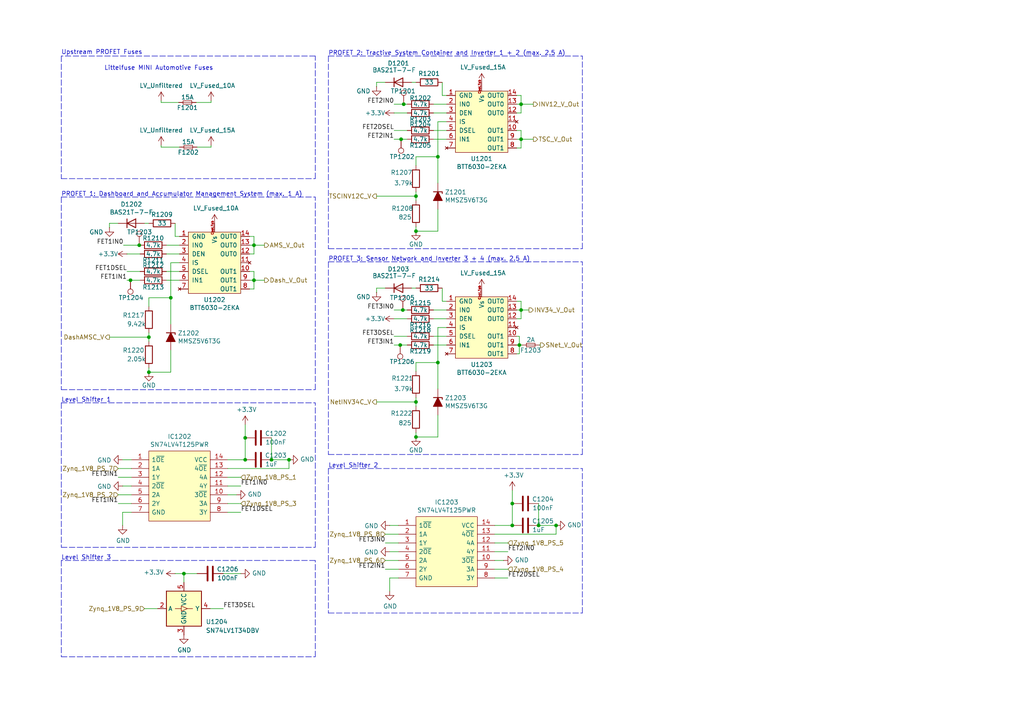
<source format=kicad_sch>
(kicad_sch (version 20231120) (generator "eeschema") (generator_version "8.0")
  (paper "A4")
  (title_block (title "Zynq-Based Master Controller") (date "2020-10-14") (rev "1.0") (company "JFH & SRM"))
  (lib_symbols
    (symbol "Connector:TestPoint" (pin_numbers hide) (pin_names (offset 0.762) hide)
      (property "Reference" "TP" (at 0 6.858 0))
      (property "Value" "TestPoint" (at 0 5.08 0))
      (symbol "TestPoint_0_1"
        (circle (center 0 3.302) (radius 0.762))
      )
      (symbol "TestPoint_1_1"
        (pin passive line (at 0 0 90) (length 2.54) (name "1") (number "1"))
      )
    )
    (symbol "Device:C" (pin_numbers hide) (pin_names (offset 0.254))
      (property "Reference" "C" (at 0.635 2.54 0))
      (property "Value" "C" (at 0.635 -2.54 0))
      (symbol "C_0_1"
        (polyline (pts (xy -2.032 -0.762) (xy 2.032 -0.762)) (stroke (width 0.508)))
        (polyline (pts (xy -2.032 0.762) (xy 2.032 0.762)) (stroke (width 0.508)))
      )
      (symbol "C_1_1"
        (pin passive line (at 0 3.81 270) (length 2.794) (name "~") (number "1"))
        (pin passive line (at 0 -3.81 90) (length 2.794) (name "~") (number "2"))
      )
    )
    (symbol "Device:D_Zener_Filled" (pin_numbers hide) (pin_names (offset 1.016) hide)
      (property "Reference" "D" (at 0 2.54 0))
      (property "Value" "D_Zener_Filled" (at 0 -2.54 0))
      (symbol "D_Zener_Filled_0_1"
        (polyline (pts (xy 1.27 0) (xy -1.27 0)))
        (polyline (pts (xy -1.27 -1.27) (xy -1.27 1.27) (xy -0.762 1.27)) (stroke (width 0.254)))
        (polyline (pts (xy 1.27 -1.27) (xy 1.27 1.27) (xy -1.27 0) (xy 1.27 -1.27)) (stroke (width 0.254)) (fill (type outline)))
      )
      (symbol "D_Zener_Filled_1_1"
        (pin passive line (at -3.81 0 0) (length 2.54) (name "K") (number "1"))
        (pin passive line (at 3.81 0 180) (length 2.54) (name "A") (number "2"))
      )
    )
    (symbol "Device:Fuse_Small" (pin_numbers hide) (pin_names (offset 0.254) hide)
      (property "Reference" "F" (at 0 -1.524 0))
      (property "Value" "Fuse_Small" (at 0 1.524 0))
      (symbol "Fuse_Small_0_1"
        (rectangle (start -1.27 0.508) (end 1.27 -0.508))
        (polyline (pts (xy -1.27 0) (xy 1.27 0)))
      )
      (symbol "Fuse_Small_1_1"
        (pin passive line (at -2.54 0 0) (length 1.27) (name "~") (number "1"))
        (pin passive line (at 2.54 0 180) (length 1.27) (name "~") (number "2"))
      )
    )
    (symbol "Device:R" (pin_numbers hide) (pin_names (offset 0))
      (property "Reference" "R" (at 2.032 0 90))
      (property "Value" "R" (at 0 0 90))
      (symbol "R_0_1"
        (rectangle (start -1.016 -2.54) (end 1.016 2.54) (stroke (width 0.254)))
      )
      (symbol "R_1_1"
        (pin passive line (at 0 3.81 270) (length 1.27) (name "~") (number "1"))
        (pin passive line (at 0 -3.81 90) (length 1.27) (name "~") (number "2"))
      )
    )
    (symbol "Diode:BAS21" (pin_numbers hide) (pin_names hide)
      (property "Reference" "D" (at 0 2.54 0))
      (property "Value" "BAS21" (at 0 -2.54 0))
      (symbol "BAS21_0_1"
        (polyline (pts (xy -1.27 1.27) (xy -1.27 -1.27)) (stroke (width 0.254)))
        (polyline (pts (xy 1.27 0) (xy -1.27 0)))
        (polyline (pts (xy 1.27 1.27) (xy 1.27 -1.27) (xy -1.27 0) (xy 1.27 1.27)) (stroke (width 0.254)))
      )
      (symbol "BAS21_1_1"
        (pin passive line (at 3.81 0 180) (length 2.54) (name "A") (number "1"))
        (pin no_connect line (at -1.27 0 0) (length 2.54) hide (name "NC") (number "2"))
        (pin passive line (at -3.81 0 0) (length 2.54) (name "K") (number "3"))
      )
    )
    (symbol "Vikings_actives:BTT6030-2EKA" (pin_names (offset 1.016))
      (property "Reference" "U" (at 7.62 -21.59 0))
      (property "Value" "BTT6030-2EKA" (at 7.62 -19.05 0))
      (symbol "BTT6030-2EKA_0_1"
        (rectangle (start 0 0) (end 15.24 -17.78) (fill (type background)))
      )
      (symbol "BTT6030-2EKA_1_1"
        (pin power_in line (at -2.54 -1.27 0) (length 2.54) (name "GND") (number "1"))
        (pin passive line (at 17.78 -11.43 180) (length 2.54) (name "OUT1") (number "10"))
        (pin no_connect line (at 17.78 -8.89 180) (length 2.54) (name "~") (number "11"))
        (pin passive line (at 17.78 -6.35 180) (length 2.54) (name "OUT0") (number "12"))
        (pin power_out line (at 17.78 -3.81 180) (length 2.54) (name "OUT0") (number "13"))
        (pin passive line (at 17.78 -1.27 180) (length 2.54) (name "OUT0") (number "14"))
        (pin input line (at -2.54 -3.81 0) (length 2.54) (name "IN0") (number "2"))
        (pin input line (at -2.54 -6.35 0) (length 2.54) (name "DEN") (number "3"))
        (pin output line (at -2.54 -8.89 0) (length 2.54) (name "IS") (number "4"))
        (pin input line (at -2.54 -11.43 0) (length 2.54) (name "DSEL") (number "5"))
        (pin input line (at -2.54 -13.97 0) (length 2.54) (name "IN1") (number "6"))
        (pin no_connect line (at -2.54 -16.51 0) (length 2.54) (name "~") (number "7"))
        (pin passive line (at 17.78 -16.51 180) (length 2.54) (name "OUT1") (number "8"))
        (pin power_out line (at 17.78 -13.97 180) (length 2.54) (name "OUT1") (number "9"))
        (pin power_in line (at 7.62 2.54 270) (length 2.54) (name "Vs") (number "Cool.Tab"))
      )
    )
    (symbol "Vikings_actives:SN74LV1T34DBV"
      (property "Reference" "U" (at 5.08 6.35 0))
      (property "Value" "SN74LV1T34DBV" (at 5.08 3.81 0))
      (symbol "SN74LV1T34DBV_0_1"
        (rectangle (start -5.08 5.08) (end 5.08 -5.08) (stroke (width 0.254)) (fill (type background)))
        (polyline (pts (xy -0.762 0) (xy -2.54 0)))
        (polyline (pts (xy 1.016 0) (xy 2.54 0)))
      )
      (symbol "SN74LV1T34DBV_1_1"
        (polyline (pts (xy -0.762 -0.762) (xy -0.762 0.762) (xy 1.016 0) (xy -0.762 -0.762)))
        (pin no_connect line (at -5.08 2.54 0) (length 2.54) hide (name "NC") (number "1"))
        (pin input line (at -7.62 0 0) (length 2.54) (name "A") (number "2"))
        (pin power_in line (at 0 -7.62 90) (length 2.54) (name "GND") (number "3"))
        (pin output line (at 7.62 0 180) (length 2.54) (name "Y") (number "4"))
        (pin power_in line (at 0 7.62 270) (length 2.54) (name "VCC") (number "5"))
      )
    )
    (symbol "Vikings_actives:SN74LV4T125PWR" (pin_names (offset 0.762))
      (property "Reference" "IC" (at 24.13 7.62 0))
      (property "Value" "SN74LV4T125PWR" (at 24.13 5.08 0))
      (symbol "SN74LV4T125PWR_0_0"
        (pin passive line (at 0 0 0) (length 5.08) (name "1~{OE}") (number "1"))
        (pin passive line (at 27.94 -10.16 180) (length 5.08) (name "3~{OE}") (number "10"))
        (pin passive line (at 27.94 -7.62 180) (length 5.08) (name "4Y") (number "11"))
        (pin passive line (at 27.94 -5.08 180) (length 5.08) (name "4A") (number "12"))
        (pin passive line (at 27.94 -2.54 180) (length 5.08) (name "4~{OE}") (number "13"))
        (pin passive line (at 27.94 0 180) (length 5.08) (name "VCC") (number "14"))
        (pin passive line (at 0 -2.54 0) (length 5.08) (name "1A") (number "2"))
        (pin passive line (at 0 -5.08 0) (length 5.08) (name "1Y") (number "3"))
        (pin passive line (at 0 -7.62 0) (length 5.08) (name "2~{OE}") (number "4"))
        (pin passive line (at 0 -10.16 0) (length 5.08) (name "2A") (number "5"))
        (pin passive line (at 0 -12.7 0) (length 5.08) (name "2Y") (number "6"))
        (pin passive line (at 0 -15.24 0) (length 5.08) (name "GND") (number "7"))
        (pin passive line (at 27.94 -15.24 180) (length 5.08) (name "3Y") (number "8"))
        (pin passive line (at 27.94 -12.7 180) (length 5.08) (name "3A") (number "9"))
      )
      (symbol "SN74LV4T125PWR_0_1"
        (polyline (pts (xy 5.08 2.54) (xy 22.86 2.54) (xy 22.86 -17.78) (xy 5.08 -17.78) (xy 5.08 2.54)) (fill (type background)))
      )
    )
    (symbol "Vikings_misc:LV_Fused-1" (power) (pin_names (offset 0))
      (property "Value" "LV_Fused-1" (at 0 3.556 0))
      (symbol "LV_Fused-1_0_1"
        (polyline (pts (xy -0.762 1.27) (xy 0 2.54)))
        (polyline (pts (xy 0 0) (xy 0 2.54)))
        (polyline (pts (xy 0 2.54) (xy 0.762 1.27)))
      )
      (symbol "LV_Fused-1_1_1"
        (pin power_in line (at 0 0 90) (length 0) hide (name "LV_Fused_10A") (number "1"))
      )
    )
    (symbol "Vikings_misc:LV_Fused-2" (power) (pin_names (offset 0))
      (property "Value" "LV_Fused-2" (at 0 3.556 0))
      (symbol "LV_Fused-2_0_1"
        (polyline (pts (xy -0.762 1.27) (xy 0 2.54)))
        (polyline (pts (xy 0 0) (xy 0 2.54)))
        (polyline (pts (xy 0 2.54) (xy 0.762 1.27)))
      )
      (symbol "LV_Fused-2_1_1"
        (pin power_in line (at 0 0 90) (length 0) hide (name "LV_Fused_15A") (number "1"))
      )
    )
    (symbol "Vikings_misc:LV_Unfiltered" (power) (pin_names (offset 0))
      (property "Value" "LV_Unfiltered" (at 0 5.08 0))
      (symbol "LV_Unfiltered_1_1"
        (polyline (pts (xy -0.762 1.27) (xy 0 2.54)))
        (polyline (pts (xy 0 0) (xy 0 2.54)))
        (polyline (pts (xy 0 2.54) (xy 0.762 1.27)))
        (pin power_in line (at 0 0 90) (length 0) hide (name "LV_Unfiltered") (number "1"))
      )
    )
    (symbol "power:+3.3V" (power) (pin_numbers hide) (pin_names (offset 0) hide)
      (property "Value" "+3.3V" (at 0 3.556 0))
      (symbol "+3.3V_0_1"
        (polyline (pts (xy -0.762 1.27) (xy 0 2.54)))
        (polyline (pts (xy 0 0) (xy 0 2.54)))
        (polyline (pts (xy 0 2.54) (xy 0.762 1.27)))
      )
      (symbol "+3.3V_1_1"
        (pin power_in line (at 0 0 90) (length 0) (name "~") (number "1"))
      )
    )
    (symbol "power:GND" (power) (pin_numbers hide) (pin_names (offset 0) hide)
      (property "Value" "GND" (at 0 -3.81 0))
      (symbol "GND_0_1"
        (polyline (pts (xy 0 0) (xy 0 -1.27) (xy 1.27 -1.27) (xy 0 -2.54) (xy -1.27 -1.27) (xy 0 -1.27)))
      )
      (symbol "GND_1_1"
        (pin power_in line (at 0 0 270) (length 0) (name "~") (number "1"))
      )
    )
  )
  (junction (at 73.66 81.28))
  (junction (at 120.65 56.896))
  (junction (at 37.846 81.28))
  (junction (at 120.65 116.586))
  (junction (at 117.094 30.226))
  (junction (at 83.82 133.35))
  (junction (at 116.078 100.076))
  (junction (at 78.74 133.35))
  (junction (at 120.65 67.056))
  (junction (at 40.386 71.12))
  (junction (at 71.12 127))
  (junction (at 120.65 126.746))
  (junction (at 148.59 146.05))
  (junction (at 73.66 71.12))
  (junction (at 161.29 152.4))
  (junction (at 127 105.156))
  (junction (at 127 45.466))
  (junction (at 116.84 89.916))
  (junction (at 150.622 100.076))
  (junction (at 148.59 152.4))
  (junction (at 71.12 133.35))
  (junction (at 43.18 97.79))
  (junction (at 156.21 152.4))
  (junction (at 116.332 40.386))
  (junction (at 151.13 89.916))
  (junction (at 151.13 30.226))
  (junction (at 151.13 40.386))
  (junction (at 43.18 107.95))
  (junction (at 49.53 86.36))
  (junction (at 53.34 166.37))
  (polyline (pts (xy 17.78 51.816) (xy 91.44 51.816)) (stroke (width 0) (type dash)))
  (wire (pts (xy 53.34 166.37) (xy 53.34 168.91)))
  (wire (pts (xy 73.66 71.12) (xy 76.708 71.12)))
  (wire (pts (xy 149.86 92.456) (xy 151.13 92.456)))
  (wire (pts (xy 120.65 115.316) (xy 120.65 116.586)))
  (wire (pts (xy 46.736 29.21) (xy 46.736 29.718)))
  (wire (pts (xy 43.18 96.52) (xy 43.18 97.79)))
  (wire (pts (xy 109.22 23.876) (xy 109.22 25.146)))
  (wire (pts (xy 115.57 152.4) (xy 113.03 152.4)))
  (wire (pts (xy 43.18 97.79) (xy 31.75 97.79)))
  (wire (pts (xy 125.73 32.766) (xy 129.54 32.766)))
  (wire (pts (xy 46.736 42.164) (xy 46.736 42.672)))
  (wire (pts (xy 50.8 166.37) (xy 53.34 166.37)))
  (wire (pts (xy 151.13 89.916) (xy 153.416 89.916)))
  (wire (pts (xy 148.59 146.05) (xy 148.59 142.24)))
  (polyline (pts (xy 91.44 16.256) (xy 17.78 16.256)) (stroke (width 0) (type dash)))
  (wire (pts (xy 150.622 100.076) (xy 149.86 100.076)))
  (polyline (pts (xy 17.78 116.84) (xy 17.78 158.75)) (stroke (width 0) (type dash)))
  (wire (pts (xy 69.85 140.97) (xy 66.04 140.97)))
  (wire (pts (xy 150.622 100.076) (xy 151.384 100.076)))
  (wire (pts (xy 45.72 176.53) (xy 41.91 176.53)))
  (wire (pts (xy 147.32 160.02) (xy 143.51 160.02)))
  (wire (pts (xy 150.622 100.076) (xy 150.622 102.616)))
  (wire (pts (xy 114.3 32.766) (xy 118.11 32.766)))
  (wire (pts (xy 128.27 87.376) (xy 128.27 83.566)))
  (wire (pts (xy 116.078 100.076) (xy 118.11 100.076)))
  (wire (pts (xy 52.07 68.58) (xy 50.8 68.58)))
  (wire (pts (xy 73.66 83.82) (xy 72.39 83.82)))
  (polyline (pts (xy 17.78 116.84) (xy 91.44 116.84)) (stroke (width 0) (type dash)))
  (wire (pts (xy 34.29 64.77) (xy 31.75 64.77)))
  (wire (pts (xy 111.76 162.56) (xy 115.57 162.56)))
  (wire (pts (xy 120.65 55.626) (xy 120.65 56.896)))
  (wire (pts (xy 150.622 97.536) (xy 150.622 100.076)))
  (wire (pts (xy 111.76 23.876) (xy 109.22 23.876)))
  (wire (pts (xy 49.53 76.2) (xy 49.53 86.36)))
  (polyline (pts (xy 95.25 75.946) (xy 95.25 131.826)) (stroke (width 0) (type dash)))
  (wire (pts (xy 64.77 166.37) (xy 69.85 166.37)))
  (wire (pts (xy 127 45.466) (xy 127 53.086)))
  (wire (pts (xy 38.1 135.89) (xy 34.29 135.89)))
  (wire (pts (xy 161.29 154.94) (xy 161.29 152.4)))
  (wire (pts (xy 120.65 56.896) (xy 109.22 56.896)))
  (wire (pts (xy 127 120.396) (xy 127 126.746)))
  (wire (pts (xy 129.54 87.376) (xy 128.27 87.376)))
  (wire (pts (xy 120.65 125.476) (xy 120.65 126.746)))
  (wire (pts (xy 151.13 89.916) (xy 151.13 92.456)))
  (wire (pts (xy 73.66 68.58) (xy 73.66 71.12)))
  (wire (pts (xy 56.896 29.718) (xy 61.214 29.718)))
  (wire (pts (xy 73.66 81.28) (xy 72.39 81.28)))
  (polyline (pts (xy 17.78 57.15) (xy 91.44 57.15)) (stroke (width 0) (type dash)))
  (wire (pts (xy 38.1 148.59) (xy 35.56 148.59)))
  (wire (pts (xy 49.53 101.6) (xy 49.53 107.95)))
  (wire (pts (xy 114.3 37.846) (xy 118.11 37.846)))
  (wire (pts (xy 151.13 37.846) (xy 151.13 40.386)))
  (wire (pts (xy 115.57 167.64) (xy 113.03 167.64)))
  (polyline (pts (xy 91.44 190.5) (xy 91.44 162.56)) (stroke (width 0) (type dash)))
  (wire (pts (xy 71.12 127) (xy 71.12 123.19)))
  (wire (pts (xy 156.464 100.076) (xy 156.718 100.076)))
  (wire (pts (xy 151.13 40.386) (xy 149.86 40.386)))
  (wire (pts (xy 149.86 37.846) (xy 151.13 37.846)))
  (polyline (pts (xy 95.25 135.89) (xy 168.91 135.89)) (stroke (width 0) (type dash)))
  (polyline (pts (xy 168.91 72.136) (xy 168.91 16.256)) (stroke (width 0) (type dash)))
  (wire (pts (xy 31.75 64.77) (xy 31.75 66.04)))
  (polyline (pts (xy 17.78 162.56) (xy 17.78 190.5)) (stroke (width 0) (type dash)))
  (wire (pts (xy 151.13 32.766) (xy 151.13 30.226)))
  (wire (pts (xy 143.51 157.48) (xy 147.32 157.48)))
  (wire (pts (xy 127 67.056) (xy 120.65 67.056)))
  (wire (pts (xy 114.3 92.456) (xy 118.11 92.456)))
  (wire (pts (xy 60.96 176.53) (xy 64.77 176.53)))
  (polyline (pts (xy 95.25 177.8) (xy 168.91 177.8)) (stroke (width 0) (type dash)))
  (wire (pts (xy 143.51 154.94) (xy 161.29 154.94)))
  (wire (pts (xy 120.65 23.876) (xy 119.38 23.876)))
  (polyline (pts (xy 168.91 177.8) (xy 168.91 135.89)) (stroke (width 0) (type dash)))
  (wire (pts (xy 35.56 148.59) (xy 35.56 152.4)))
  (wire (pts (xy 38.1 133.35) (xy 35.56 133.35)))
  (wire (pts (xy 120.65 116.586) (xy 109.22 116.586)))
  (wire (pts (xy 149.86 87.376) (xy 151.13 87.376)))
  (polyline (pts (xy 17.78 16.256) (xy 17.78 51.816)) (stroke (width 0) (type dash)))
  (wire (pts (xy 111.76 165.1) (xy 115.57 165.1)))
  (wire (pts (xy 46.736 29.718) (xy 51.816 29.718)))
  (wire (pts (xy 127 94.996) (xy 127 105.156)))
  (wire (pts (xy 73.66 71.12) (xy 72.39 71.12)))
  (wire (pts (xy 40.64 71.12) (xy 40.386 71.12)))
  (polyline (pts (xy 168.91 131.826) (xy 168.91 75.946)) (stroke (width 0) (type dash)))
  (wire (pts (xy 120.65 83.566) (xy 119.38 83.566)))
  (wire (pts (xy 156.21 146.05) (xy 156.21 152.4)))
  (wire (pts (xy 125.73 100.076) (xy 129.54 100.076)))
  (wire (pts (xy 34.29 146.05) (xy 38.1 146.05)))
  (wire (pts (xy 114.3 97.536) (xy 118.11 97.536)))
  (wire (pts (xy 49.53 86.36) (xy 49.53 93.98)))
  (wire (pts (xy 66.04 135.89) (xy 83.82 135.89)))
  (wire (pts (xy 114.3 89.916) (xy 116.84 89.916)))
  (wire (pts (xy 120.65 48.006) (xy 120.65 45.466)))
  (wire (pts (xy 151.13 27.686) (xy 151.13 30.226)))
  (wire (pts (xy 149.86 27.686) (xy 151.13 27.686)))
  (wire (pts (xy 120.65 45.466) (xy 127 45.466)))
  (wire (pts (xy 127 126.746) (xy 120.65 126.746)))
  (wire (pts (xy 111.76 154.94) (xy 115.57 154.94)))
  (wire (pts (xy 151.13 40.386) (xy 151.13 42.926)))
  (wire (pts (xy 43.18 97.79) (xy 43.18 99.06)))
  (wire (pts (xy 128.27 27.686) (xy 128.27 23.876)))
  (wire (pts (xy 129.54 94.996) (xy 127 94.996)))
  (wire (pts (xy 149.86 97.536) (xy 150.622 97.536)))
  (wire (pts (xy 66.04 133.35) (xy 71.12 133.35)))
  (wire (pts (xy 72.39 73.66) (xy 73.66 73.66)))
  (polyline (pts (xy 91.44 113.03) (xy 91.44 57.15)) (stroke (width 0) (type dash)))
  (wire (pts (xy 151.13 30.226) (xy 154.686 30.226)))
  (wire (pts (xy 43.18 64.77) (xy 41.91 64.77)))
  (wire (pts (xy 120.65 105.156) (xy 127 105.156)))
  (polyline (pts (xy 91.44 51.816) (xy 91.44 16.256)) (stroke (width 0) (type dash)))
  (wire (pts (xy 36.83 78.74) (xy 40.64 78.74)))
  (polyline (pts (xy 95.25 135.89) (xy 95.25 177.8)) (stroke (width 0) (type dash)))
  (wire (pts (xy 149.86 89.916) (xy 151.13 89.916)))
  (polyline (pts (xy 95.25 72.136) (xy 168.91 72.136)) (stroke (width 0) (type dash)))
  (polyline (pts (xy 91.44 158.75) (xy 91.44 116.84)) (stroke (width 0) (type dash)))
  (wire (pts (xy 48.26 81.28) (xy 52.07 81.28)))
  (wire (pts (xy 156.21 152.4) (xy 161.29 152.4)))
  (wire (pts (xy 115.57 160.02) (xy 113.03 160.02)))
  (wire (pts (xy 48.26 73.66) (xy 52.07 73.66)))
  (wire (pts (xy 52.07 76.2) (xy 49.53 76.2)))
  (wire (pts (xy 72.39 78.74) (xy 73.66 78.74)))
  (wire (pts (xy 151.13 42.926) (xy 149.86 42.926)))
  (wire (pts (xy 78.74 133.35) (xy 83.82 133.35)))
  (wire (pts (xy 109.22 83.566) (xy 109.22 84.836)))
  (wire (pts (xy 43.18 86.36) (xy 49.53 86.36)))
  (wire (pts (xy 113.03 167.64) (xy 113.03 171.45)))
  (wire (pts (xy 116.332 40.386) (xy 118.11 40.386)))
  (wire (pts (xy 148.59 146.05) (xy 148.59 152.4)))
  (wire (pts (xy 61.214 42.672) (xy 57.15 42.672)))
  (wire (pts (xy 125.73 89.916) (xy 129.54 89.916)))
  (wire (pts (xy 117.094 30.226) (xy 118.11 30.226)))
  (wire (pts (xy 66.04 143.51) (xy 68.58 143.51)))
  (polyline (pts (xy 95.25 16.256) (xy 168.91 16.256)) (stroke (width 0) (type dash)))
  (wire (pts (xy 73.66 73.66) (xy 73.66 71.12)))
  (wire (pts (xy 46.736 42.672) (xy 52.07 42.672)))
  (wire (pts (xy 129.54 37.846) (xy 125.73 37.846)))
  (wire (pts (xy 129.54 97.536) (xy 125.73 97.536)))
  (polyline (pts (xy 95.25 131.826) (xy 168.91 131.826)) (stroke (width 0) (type dash)))
  (wire (pts (xy 114.3 30.226) (xy 117.094 30.226)))
  (polyline (pts (xy 17.78 190.5) (xy 91.44 190.5)) (stroke (width 0) (type dash)))
  (wire (pts (xy 150.622 102.616) (xy 149.86 102.616)))
  (wire (pts (xy 114.3 100.076) (xy 116.078 100.076)))
  (wire (pts (xy 78.74 127) (xy 78.74 133.35)))
  (wire (pts (xy 120.65 65.786) (xy 120.65 67.056)))
  (wire (pts (xy 48.26 71.12) (xy 52.07 71.12)))
  (wire (pts (xy 129.54 27.686) (xy 128.27 27.686)))
  (wire (pts (xy 49.53 107.95) (xy 43.18 107.95)))
  (wire (pts (xy 38.1 140.97) (xy 35.56 140.97)))
  (wire (pts (xy 36.83 81.28) (xy 37.846 81.28)))
  (wire (pts (xy 83.82 135.89) (xy 83.82 133.35)))
  (wire (pts (xy 129.54 35.306) (xy 127 35.306)))
  (wire (pts (xy 72.39 68.58) (xy 73.66 68.58)))
  (wire (pts (xy 111.76 83.566) (xy 109.22 83.566)))
  (wire (pts (xy 66.04 146.05) (xy 69.85 146.05)))
  (polyline (pts (xy 95.25 75.946) (xy 168.91 75.946)) (stroke (width 0) (type dash)))
  (polyline (pts (xy 91.44 162.56) (xy 17.78 162.56)) (stroke (width 0) (type dash)))
  (wire (pts (xy 149.86 32.766) (xy 151.13 32.766)))
  (wire (pts (xy 120.65 56.896) (xy 120.65 58.166)))
  (polyline (pts (xy 17.78 113.03) (xy 91.44 113.03)) (stroke (width 0) (type dash)))
  (wire (pts (xy 114.3 40.386) (xy 116.332 40.386)))
  (wire (pts (xy 35.814 71.12) (xy 40.386 71.12)))
  (wire (pts (xy 66.04 138.43) (xy 69.85 138.43)))
  (wire (pts (xy 151.13 87.376) (xy 151.13 89.916)))
  (wire (pts (xy 57.15 166.37) (xy 53.34 166.37)))
  (wire (pts (xy 52.07 78.74) (xy 48.26 78.74)))
  (wire (pts (xy 125.73 40.386) (xy 129.54 40.386)))
  (wire (pts (xy 151.13 30.226) (xy 149.86 30.226)))
  (wire (pts (xy 37.846 81.28) (xy 40.64 81.28)))
  (wire (pts (xy 143.51 167.64) (xy 147.32 167.64)))
  (wire (pts (xy 43.18 106.68) (xy 43.18 107.95)))
  (wire (pts (xy 73.66 81.28) (xy 76.708 81.28)))
  (wire (pts (xy 73.66 78.74) (xy 73.66 81.28)))
  (wire (pts (xy 127 105.156) (xy 127 112.776)))
  (wire (pts (xy 66.04 148.59) (xy 69.85 148.59)))
  (wire (pts (xy 61.214 42.164) (xy 61.214 42.672)))
  (wire (pts (xy 116.84 89.916) (xy 118.11 89.916)))
  (polyline (pts (xy 17.78 57.15) (xy 17.78 113.03)) (stroke (width 0) (type dash)))
  (wire (pts (xy 127 35.306) (xy 127 45.466)))
  (wire (pts (xy 125.73 92.456) (xy 129.54 92.456)))
  (wire (pts (xy 43.18 88.9) (xy 43.18 86.36)))
  (wire (pts (xy 36.83 73.66) (xy 40.64 73.66)))
  (polyline (pts (xy 95.25 16.256) (xy 95.25 72.136)) (stroke (width 0) (type dash)))
  (wire (pts (xy 143.51 162.56) (xy 146.05 162.56)))
  (wire (pts (xy 73.66 81.28) (xy 73.66 83.82)))
  (wire (pts (xy 34.29 143.51) (xy 38.1 143.51)))
  (wire (pts (xy 143.51 152.4) (xy 148.59 152.4)))
  (wire (pts (xy 71.12 127) (xy 71.12 133.35)))
  (wire (pts (xy 151.13 40.386) (xy 154.686 40.386)))
  (wire (pts (xy 120.65 116.586) (xy 120.65 117.856)))
  (polyline (pts (xy 17.78 158.75) (xy 91.44 158.75)) (stroke (width 0) (type dash)))
  (wire (pts (xy 115.57 157.48) (xy 111.76 157.48)))
  (wire (pts (xy 120.65 107.696) (xy 120.65 105.156)))
  (wire (pts (xy 147.32 165.1) (xy 143.51 165.1)))
  (wire (pts (xy 61.214 29.718) (xy 61.214 29.21)))
  (wire (pts (xy 125.73 30.226) (xy 129.54 30.226)))
  (wire (pts (xy 127 60.706) (xy 127 67.056)))
  (wire (pts (xy 50.8 68.58) (xy 50.8 64.77)))
  (wire (pts (xy 38.1 138.43) (xy 34.29 138.43)))
  (text "Level Shifter 1" (at 17.78 116.84 0) (effects (font (size 1.27 1.27)) (justify left bottom)))
  (text "Littelfuse MINI Automotive Fuses" (at 30.226 20.574 0) (effects (font (size 1.27 1.27)) (justify left bottom)))
  (text "Level Shifter 3" (at 17.78 162.56 0) (effects (font (size 1.27 1.27)) (justify left bottom)))
  (text "PROFET 3: Sensor Network and Inverter 3 + 4 (max. 2.5 A)" (at 95.25 75.946 0) (effects (font (size 1.27 1.27)) (justify left bottom)))
  (text "Upstream PROFET Fuses" (at 17.78 16.002 0) (effects (font (size 1.27 1.27)) (justify left bottom)))
  (text "Level Shifter 2" (at 95.25 135.89 0) (effects (font (size 1.27 1.27)) (justify left bottom)))
  (text "PROFET 1: Dashboard and Accumulator Management System (max. 1 A)" (at 17.78 57.15 0) (effects (font (size 1.27 1.27)) (justify left bottom)))
  (text "PROFET 2: Tractive System Container and Inverter 1 + 2 (max. 2.5 A)" (at 95.25 16.256 0) (effects (font (size 1.27 1.27)) (justify left bottom)))
  (label "FET3IN1" (at 34.29 138.43 180))
  (label "FET1DSEL" (at 36.83 78.74 180))
  (label "FET3DSEL" (at 114.3 97.536 180))
  (label "FET2IN0" (at 147.32 160.02 0))
  (label "FET2IN1" (at 111.76 165.1 180))
  (label "FET1IN1" (at 36.83 81.28 180))
  (label "FET3IN1" (at 114.3 100.076 180))
  (label "FET2IN0" (at 114.3 30.226 180))
  (label "FET2DSEL" (at 147.32 167.64 0))
  (label "FET1IN0" (at 69.85 140.97 0))
  (label "FET1IN1" (at 34.29 146.05 180))
  (label "FET3IN0" (at 114.3 89.916 180))
  (label "FET2DSEL" (at 114.3 37.846 180))
  (label "FET3DSEL" (at 64.77 176.53 0))
  (label "FET1IN0" (at 35.814 71.12 180))
  (label "FET3IN0" (at 111.76 157.48 180))
  (label "FET1DSEL" (at 69.85 148.59 0))
  (label "FET2IN1" (at 114.3 40.386 180))
  (hierarchical_label "SNet_V_Out" (shape output) (at 156.718 100.076 0))
  (hierarchical_label "INV12_V_Out" (shape output) (at 154.686 30.226 0))
  (hierarchical_label "Zynq_1V8_PS_3" (shape input) (at 69.85 146.05 0))
  (hierarchical_label "Zynq_1V8_PS_6" (shape input) (at 111.76 162.56 180))
  (hierarchical_label "NetINV34C_V" (shape output) (at 109.22 116.586 180))
  (hierarchical_label "Zynq_1V8_PS_7" (shape input) (at 34.29 135.89 180))
  (hierarchical_label "INV34_V_Out" (shape output) (at 153.416 89.916 0))
  (hierarchical_label "Zynq_1V8_PS_1" (shape input) (at 69.85 138.43 0))
  (hierarchical_label "DashAMSC_V" (shape output) (at 31.75 97.79 180))
  (hierarchical_label "Zynq_1V8_PS_8" (shape input) (at 111.76 154.94 180))
  (hierarchical_label "Dash_V_Out" (shape output) (at 76.708 81.28 0))
  (hierarchical_label "Zynq_1V8_PS_4" (shape input) (at 147.32 165.1 0))
  (hierarchical_label "Zynq_1V8_PS_5" (shape input) (at 147.32 157.48 0))
  (hierarchical_label "TSC_V_Out" (shape output) (at 154.686 40.386 0))
  (hierarchical_label "TSCINV12C_V" (shape output) (at 109.22 56.896 180))
  (hierarchical_label "Zynq_1V8_PS_2" (shape input) (at 34.29 143.51 180))
  (hierarchical_label "Zynq_1V8_PS_9" (shape input) (at 41.91 176.53 180))
  (hierarchical_label "AMS_V_Out" (shape output) (at 76.708 71.12 0))
  (symbol (lib_id "Vikings_actives:SN74LV1T34DBV") (at 53.34 176.53 0) (unit 1)
    (property "Reference" "U1204" (at 59.69 180.34 0) (effects (justify left)))
    (property "Value" "SN74LV1T34DBV" (at 59.69 182.88 0) (effects (justify left)))
    (property "Footprint" "Package_TO_SOT_SMD:SOT-23-5" (effects (hide yes)))
    (property "Datasheet" "https://www.ti.com/lit/ds/symlink/sn74lv1t34.pdf" (effects (hide yes)))
  )
  (symbol (lib_id "Diode:BAS21") (at 38.1 64.77 0) (unit 1)
    (property "Reference" "D1202" (at 38.1 59.2582 0))
    (property "Value" "BAS21T-7-F" (at 38.1 61.5696 0))
    (property "Footprint" "Package_TO_SOT_SMD:SOT-23" (effects (hide yes)))
    (property "Datasheet" "https://www.diodes.com/assets/Datasheets/Ds12004.pdf" (effects (hide yes)))
  )
  (symbol (lib_id "Vikings_actives:SN74LV4T125PWR") (at 38.1 133.35 0) (unit 1)
    (property "Reference" "IC1202" (at 52.07 126.619 0))
    (property "Value" "SN74LV4T125PWR" (at 52.07 128.9304 0))
    (property "Footprint" "Vikings_devices:SN74LV4T125PWR" (effects (hide yes)))
    (property "Datasheet" "http://www.ti.com/lit/ds/symlink/sn74lv4t125.pdf" (effects (hide yes)))
    (property "Description" "Single Power Supply Quadruple Buffer GATE w/ 3-State Output CMOS Logic Level Shifter" (effects (hide yes)))
    (property "Height" "1.2" (effects (hide yes)))
    (property "Manufacturer_Name" "Texas Instruments" (effects (hide yes)))
    (property "Manufacturer_Part_Number" "SN74LV4T125PWR" (effects (hide yes)))
    (property "Arrow Part Number" "SN74LV4T125PWR" (effects (hide yes)))
    (property "Arrow Price/Stock" "https://www.arrow.com/en/products/sn74lv4t125pwr/texas-instruments" (effects (hide yes)))
    (property "Mouser Part Number" "595-SN74LV4T125PWR" (effects (hide yes)))
    (property "Mouser Price/Stock" "https://www.mouser.co.uk/ProductDetail/Texas-Instruments/SN74LV4T125PWR?qs=%2Fd%252BFzHvH4c3%252BiZGZ%252Bu8B9g%3D%3D" (effects (hide yes)))
  )
  (symbol (lib_id "Device:C") (at 74.93 127 270) (unit 1)
    (property "Reference" "C1202" (at 80.01 125.73 90))
    (property "Value" "100nF" (at 80.01 128.27 90))
    (property "Footprint" "Capacitor_SMD:C_0603_1608Metric" (effects (hide yes)))
  )
  (symbol (lib_id "Device:C") (at 74.93 133.35 270) (unit 1)
    (property "Reference" "C1203" (at 80.01 132.08 90))
    (property "Value" "1uF" (at 78.74 134.62 90))
    (property "Footprint" "Capacitor_SMD:C_0603_1608Metric" (effects (hide yes)))
  )
  (symbol (lib_id "power:+3.3V") (at 71.12 123.19 0) (unit 1)
    (property "Reference" "#PWR0372" (effects (hide yes)))
    (property "Value" "+3.3V" (at 71.501 118.7958 0))
  )
  (symbol (lib_id "power:GND") (at 83.82 133.35 90) (unit 1)
    (property "Reference" "#PWR0373" (effects (hide yes)))
    (property "Value" "GND" (at 87.0712 133.223 90) (effects (justify right)))
  )
  (symbol (lib_id "power:GND") (at 35.56 152.4 0) (unit 1)
    (property "Reference" "#PWR0374" (effects (hide yes)))
    (property "Value" "GND" (at 35.687 156.7942 0))
  )
  (symbol (lib_id "power:GND") (at 68.58 143.51 90) (unit 1)
    (property "Reference" "#PWR0375" (effects (hide yes)))
    (property "Value" "GND" (at 71.8312 143.383 90) (effects (justify right)))
  )
  (symbol (lib_id "power:GND") (at 35.56 133.35 270) (unit 1)
    (property "Reference" "#PWR0376" (effects (hide yes)))
    (property "Value" "GND" (at 32.3088 133.477 90) (effects (justify right)))
  )
  (symbol (lib_id "power:GND") (at 35.56 140.97 270) (unit 1)
    (property "Reference" "#PWR0377" (effects (hide yes)))
    (property "Value" "GND" (at 32.3088 141.097 90) (effects (justify right)))
  )
  (symbol (lib_id "power:+3.3V") (at 36.83 73.66 90) (unit 1)
    (property "Reference" "#PWR0378" (effects (hide yes)))
    (property "Value" "+3.3V" (at 34.29 73.66 90) (effects (justify left)))
  )
  (symbol (lib_id "Vikings_actives:BTT6030-2EKA") (at 54.61 67.31 0) (unit 1)
    (property "Reference" "U1202" (at 62.23 86.9442 0))
    (property "Value" "BTT6030-2EKA" (at 62.23 89.2556 0))
    (property "Footprint" "Vikings_devices:PG-DSO-14-40" (effects (hide yes)))
    (property "Datasheet" "https://docs.rs-online.com/f6aa/0900766b815790fc.pdf" (effects (hide yes)))
  )
  (symbol (lib_id "Device:R") (at 44.45 71.12 270) (unit 1)
    (property "Reference" "R1210" (at 44.45 69.088 90))
    (property "Value" "4.7k" (at 44.45 71.12 90))
    (property "Footprint" "Resistor_SMD:R_0603_1608Metric" (effects (hide yes)))
  )
  (symbol (lib_id "Device:R") (at 44.45 78.74 270) (unit 1)
    (property "Reference" "R1212" (at 44.45 76.962 90))
    (property "Value" "4.7k" (at 44.45 78.74 90))
    (property "Footprint" "Resistor_SMD:R_0603_1608Metric" (effects (hide yes)))
  )
  (symbol (lib_id "Device:R") (at 44.45 81.28 270) (unit 1)
    (property "Reference" "R1213" (at 44.45 83.312 90))
    (property "Value" "4.7k" (at 44.45 81.28 90))
    (property "Footprint" "Resistor_SMD:R_0603_1608Metric" (effects (hide yes)))
  )
  (symbol (lib_id "Device:R") (at 46.99 64.77 270) (unit 1)
    (property "Reference" "R1209" (at 46.99 62.23 90))
    (property "Value" "33" (at 46.99 64.77 90))
    (property "Footprint" "Resistor_SMD:R_0603_1608Metric" (effects (hide yes)))
  )
  (symbol (lib_id "power:GND") (at 31.75 66.04 0) (unit 1)
    (property "Reference" "#PWR0370" (effects (hide yes)))
    (property "Value" "GND" (at 27.94 67.31 0))
  )
  (symbol (lib_id "Device:D_Zener_Filled") (at 49.53 97.79 270) (unit 1)
    (property "Reference" "Z1202" (at 51.562 96.6216 90) (effects (justify left)))
    (property "Value" "MMSZ5V6T3G" (at 51.562 98.933 90) (effects (justify left)))
    (property "Footprint" "Diode_SMD:D_SOD-123" (effects (hide yes)))
    (property "Description" "Zener diode, filled shape" (effects (hide yes)))
  )
  (symbol (lib_id "power:GND") (at 43.18 107.95 0) (unit 1)
    (property "Reference" "#PWR0371" (effects (hide yes)))
    (property "Value" "GND" (at 43.18 111.76 0))
  )
  (symbol (lib_id "Device:R") (at 43.18 92.71 0) (unit 1)
    (property "Reference" "R1217" (at 35.56 91.44 0) (effects (justify left)))
    (property "Value" "9.42k" (at 36.83 93.98 0) (effects (justify left)))
    (property "Footprint" "Resistor_SMD:R_0603_1608Metric" (effects (hide yes)))
  )
  (symbol (lib_id "Device:R") (at 43.18 102.87 0) (unit 1)
    (property "Reference" "R1220" (at 35.56 101.6 0) (effects (justify left)))
    (property "Value" "2.05k" (at 36.83 104.14 0) (effects (justify left)))
    (property "Footprint" "Resistor_SMD:R_0603_1608Metric" (effects (hide yes)))
  )
  (symbol (lib_id "Vikings_actives:BTT6030-2EKA") (at 132.08 26.416 0) (unit 1)
    (property "Reference" "U1201" (at 139.7 46.0502 0))
    (property "Value" "BTT6030-2EKA" (at 139.7 48.3616 0))
    (property "Footprint" "Vikings_devices:PG-DSO-14-40" (effects (hide yes)))
    (property "Datasheet" "https://docs.rs-online.com/f6aa/0900766b815790fc.pdf" (effects (hide yes)))
  )
  (symbol (lib_id "Device:R") (at 121.92 30.226 270) (unit 1)
    (property "Reference" "R1202" (at 121.92 28.448 90))
    (property "Value" "4.7k" (at 121.92 30.226 90))
    (property "Footprint" "Resistor_SMD:R_0603_1608Metric" (effects (hide yes)))
  )
  (symbol (lib_id "Device:R") (at 121.92 37.846 270) (unit 1)
    (property "Reference" "R1204" (at 121.92 36.068 90))
    (property "Value" "4.7k" (at 121.92 37.846 90))
    (property "Footprint" "Resistor_SMD:R_0603_1608Metric" (effects (hide yes)))
  )
  (symbol (lib_id "Device:R") (at 121.92 40.386 270) (unit 1)
    (property "Reference" "R1205" (at 121.92 42.164 90))
    (property "Value" "4.7k" (at 121.92 40.386 90))
    (property "Footprint" "Resistor_SMD:R_0603_1608Metric" (effects (hide yes)))
  )
  (symbol (lib_id "Device:R") (at 124.46 23.876 270) (unit 1)
    (property "Reference" "R1201" (at 124.46 21.336 90))
    (property "Value" "33" (at 124.46 23.876 90))
    (property "Footprint" "Resistor_SMD:R_0603_1608Metric" (effects (hide yes)))
  )
  (symbol (lib_id "power:GND") (at 109.22 25.146 0) (unit 1)
    (property "Reference" "#PWR0379" (effects (hide yes)))
    (property "Value" "GND" (at 105.41 26.416 0))
  )
  (symbol (lib_id "power:GND") (at 120.65 67.056 0) (unit 1)
    (property "Reference" "#PWR0380" (effects (hide yes)))
    (property "Value" "GND" (at 120.65 70.866 0))
  )
  (symbol (lib_id "Device:D_Zener_Filled") (at 127 56.896 270) (unit 1)
    (property "Reference" "Z1201" (at 129.032 55.7276 90) (effects (justify left)))
    (property "Value" "MMSZ5V6T3G" (at 129.032 58.039 90) (effects (justify left)))
    (property "Footprint" "Diode_SMD:D_SOD-123" (effects (hide yes)))
    (property "Description" "Zener diode, filled shape" (effects (hide yes)))
  )
  (symbol (lib_id "Device:R") (at 120.65 51.816 0) (unit 1)
    (property "Reference" "R1207" (at 113.284 50.038 0) (effects (justify left)))
    (property "Value" "3.79k" (at 114.3 53.086 0) (effects (justify left)))
    (property "Footprint" "Resistor_SMD:R_0603_1608Metric" (effects (hide yes)))
  )
  (symbol (lib_id "Device:R") (at 120.65 61.976 0) (unit 1)
    (property "Reference" "R1208" (at 113.538 60.452 0) (effects (justify left)))
    (property "Value" "825" (at 115.57 62.992 0) (effects (justify left)))
    (property "Footprint" "Resistor_SMD:R_0603_1608Metric" (effects (hide yes)))
  )
  (symbol (lib_id "Diode:BAS21") (at 115.57 23.876 0) (unit 1)
    (property "Reference" "D1201" (at 115.57 18.3642 0))
    (property "Value" "BAS21T-7-F" (at 114.3 20.32 0))
    (property "Footprint" "Package_TO_SOT_SMD:SOT-23" (effects (hide yes)))
    (property "Datasheet" "https://www.diodes.com/assets/Datasheets/Ds12004.pdf" (effects (hide yes)))
  )
  (symbol (lib_id "power:+3.3V") (at 114.3 32.766 90) (unit 1)
    (property "Reference" "#PWR0381" (effects (hide yes)))
    (property "Value" "+3.3V" (at 111.76 32.766 90) (effects (justify left)))
  )
  (symbol (lib_id "Vikings_misc:LV_Unfiltered") (at 46.736 29.21 0) (unit 1)
    (property "Reference" "#PWR0397" (effects (hide yes)))
    (property "Value" "LV_Unfiltered" (at 46.736 24.8158 0))
  )
  (symbol (lib_id "Device:R") (at 44.45 73.66 270) (unit 1)
    (property "Reference" "R1211" (at 44.45 75.438 90))
    (property "Value" "4.7k" (at 44.45 73.66 90))
    (property "Footprint" "Resistor_SMD:R_0603_1608Metric" (effects (hide yes)))
  )
  (symbol (lib_id "Vikings_actives:BTT6030-2EKA") (at 132.08 86.106 0) (unit 1)
    (property "Reference" "U1203" (at 139.7 105.7402 0))
    (property "Value" "BTT6030-2EKA" (at 139.7 108.0516 0))
    (property "Footprint" "Vikings_devices:PG-DSO-14-40" (effects (hide yes)))
    (property "Datasheet" "https://docs.rs-online.com/f6aa/0900766b815790fc.pdf" (effects (hide yes)))
  )
  (symbol (lib_id "Device:R") (at 121.92 89.916 270) (unit 1)
    (property "Reference" "R1215" (at 121.92 87.884 90))
    (property "Value" "4.7k" (at 121.92 89.916 90))
    (property "Footprint" "Resistor_SMD:R_0603_1608Metric" (effects (hide yes)))
  )
  (symbol (lib_id "Device:R") (at 121.92 97.536 270) (unit 1)
    (property "Reference" "R1218" (at 121.92 95.758 90))
    (property "Value" "4.7k" (at 121.92 97.536 90))
    (property "Footprint" "Resistor_SMD:R_0603_1608Metric" (effects (hide yes)))
  )
  (symbol (lib_id "Device:R") (at 121.92 100.076 270) (unit 1)
    (property "Reference" "R1219" (at 121.92 101.854 90))
    (property "Value" "4.7k" (at 121.92 100.076 90))
    (property "Footprint" "Resistor_SMD:R_0603_1608Metric" (effects (hide yes)))
  )
  (symbol (lib_id "Device:R") (at 124.46 83.566 270) (unit 1)
    (property "Reference" "R1214" (at 124.46 81.026 90))
    (property "Value" "33" (at 124.46 83.566 90))
    (property "Footprint" "Resistor_SMD:R_0603_1608Metric" (effects (hide yes)))
  )
  (symbol (lib_id "power:GND") (at 109.22 84.836 0) (unit 1)
    (property "Reference" "#PWR0382" (effects (hide yes)))
    (property "Value" "GND" (at 105.41 86.106 0))
  )
  (symbol (lib_id "power:GND") (at 120.65 126.746 0) (unit 1)
    (property "Reference" "#PWR0383" (effects (hide yes)))
    (property "Value" "GND" (at 120.65 130.556 0))
  )
  (symbol (lib_id "Device:D_Zener_Filled") (at 127 116.586 270) (unit 1)
    (property "Reference" "Z1203" (at 129.032 115.4176 90) (effects (justify left)))
    (property "Value" "MMSZ5V6T3G" (at 129.032 117.729 90) (effects (justify left)))
    (property "Footprint" "Diode_SMD:D_SOD-123" (effects (hide yes)))
    (property "Description" "Zener diode, filled shape" (effects (hide yes)))
  )
  (symbol (lib_id "Diode:BAS21") (at 115.57 83.566 0) (unit 1)
    (property "Reference" "D1203" (at 115.57 78.0542 0))
    (property "Value" "BAS21T-7-F" (at 114.3 80.01 0))
    (property "Footprint" "Package_TO_SOT_SMD:SOT-23" (effects (hide yes)))
    (property "Datasheet" "https://www.diodes.com/assets/Datasheets/Ds12004.pdf" (effects (hide yes)))
  )
  (symbol (lib_id "power:+3.3V") (at 114.3 92.456 90) (unit 1)
    (property "Reference" "#PWR0384" (effects (hide yes)))
    (property "Value" "+3.3V" (at 111.76 92.456 90) (effects (justify left)))
  )
  (symbol (lib_id "Vikings_misc:LV_Fused-1") (at 61.214 29.21 0) (unit 1)
    (property "Reference" "#PWR0398" (effects (hide yes)))
    (property "Value" "LV_Fused_10A" (at 61.595 24.8158 0))
  )
  (symbol (lib_id "Device:R") (at 121.92 32.766 270) (unit 1)
    (property "Reference" "R1203" (at 121.92 34.544 90))
    (property "Value" "4.7k" (at 121.92 32.766 90))
    (property "Footprint" "Resistor_SMD:R_0603_1608Metric" (effects (hide yes)))
  )
  (symbol (lib_id "Device:R") (at 121.92 92.456 270) (unit 1)
    (property "Reference" "R1216" (at 121.92 94.234 90))
    (property "Value" "4.7k" (at 121.92 92.456 90))
    (property "Footprint" "Resistor_SMD:R_0603_1608Metric" (effects (hide yes)))
  )
  (symbol (lib_id "Vikings_actives:SN74LV4T125PWR") (at 115.57 152.4 0) (unit 1)
    (property "Reference" "IC1203" (at 129.54 145.669 0))
    (property "Value" "SN74LV4T125PWR" (at 129.54 147.9804 0))
    (property "Footprint" "Vikings_devices:SN74LV4T125PWR" (effects (hide yes)))
    (property "Datasheet" "http://www.ti.com/lit/ds/symlink/sn74lv4t125.pdf" (effects (hide yes)))
    (property "Description" "Single Power Supply Quadruple Buffer GATE w/ 3-State Output CMOS Logic Level Shifter" (effects (hide yes)))
    (property "Height" "1.2" (effects (hide yes)))
    (property "Manufacturer_Name" "Texas Instruments" (effects (hide yes)))
    (property "Manufacturer_Part_Number" "SN74LV4T125PWR" (effects (hide yes)))
    (property "Arrow Part Number" "SN74LV4T125PWR" (effects (hide yes)))
    (property "Arrow Price/Stock" "https://www.arrow.com/en/products/sn74lv4t125pwr/texas-instruments" (effects (hide yes)))
    (property "Mouser Part Number" "595-SN74LV4T125PWR" (effects (hide yes)))
    (property "Mouser Price/Stock" "https://www.mouser.co.uk/ProductDetail/Texas-Instruments/SN74LV4T125PWR?qs=%2Fd%252BFzHvH4c3%252BiZGZ%252Bu8B9g%3D%3D" (effects (hide yes)))
  )
  (symbol (lib_id "Device:C") (at 152.4 146.05 270) (unit 1)
    (property "Reference" "C1204" (at 157.48 144.78 90))
    (property "Value" "100nF" (at 157.48 147.32 90))
    (property "Footprint" "Capacitor_SMD:C_0603_1608Metric" (effects (hide yes)))
  )
  (symbol (lib_id "Device:C") (at 152.4 152.4 270) (unit 1)
    (property "Reference" "C1205" (at 157.48 151.13 90))
    (property "Value" "1uF" (at 156.21 153.67 90))
    (property "Footprint" "Capacitor_SMD:C_0603_1608Metric" (effects (hide yes)))
  )
  (symbol (lib_id "power:+3.3V") (at 148.59 142.24 0) (unit 1)
    (property "Reference" "#PWR0385" (effects (hide yes)))
    (property "Value" "+3.3V" (at 148.971 137.8458 0))
  )
  (symbol (lib_id "power:GND") (at 161.29 152.4 90) (unit 1)
    (property "Reference" "#PWR0386" (effects (hide yes)))
    (property "Value" "GND" (at 164.5412 152.273 90) (effects (justify right)))
  )
  (symbol (lib_id "power:GND") (at 113.03 171.45 0) (unit 1)
    (property "Reference" "#PWR0387" (effects (hide yes)))
    (property "Value" "GND" (at 113.157 175.8442 0))
  )
  (symbol (lib_id "power:GND") (at 146.05 162.56 90) (unit 1)
    (property "Reference" "#PWR0388" (effects (hide yes)))
    (property "Value" "GND" (at 149.3012 162.433 90) (effects (justify right)))
  )
  (symbol (lib_id "power:GND") (at 113.03 152.4 270) (unit 1)
    (property "Reference" "#PWR0389" (effects (hide yes)))
    (property "Value" "GND" (at 109.7788 152.527 90) (effects (justify right)))
  )
  (symbol (lib_id "power:GND") (at 113.03 160.02 270) (unit 1)
    (property "Reference" "#PWR0390" (effects (hide yes)))
    (property "Value" "GND" (at 109.7788 160.147 90) (effects (justify right)))
  )
  (symbol (lib_id "Device:Fuse_Small") (at 54.356 29.718 180) (unit 1)
    (property "Reference" "F1201" (at 54.356 31.242 0))
    (property "Value" "15A" (at 54.356 28.194 0))
    (property "Footprint" "Vikings_misc:LittelfuseMiniBlade01530008Z" (effects (hide yes)))
    (property "Datasheet" "https://www.mouser.dk/datasheet/2/240/Littelfuse_MINI_Datasheet-1077557.pdf" (effects (hide yes)))
    (property "Manufacturer" "Littelfuse" (effects (hide yes)))
    (property "Man. Part No." "0297010.WXNV" (effects (hide yes)))
  )
  (symbol (lib_id "Vikings_misc:LV_Unfiltered") (at 46.736 42.164 0) (unit 1)
    (property "Reference" "#PWR0399" (effects (hide yes)))
    (property "Value" "LV_Unfiltered" (at 46.736 37.7698 0))
  )
  (symbol (lib_id "Device:Fuse_Small") (at 54.61 42.672 180) (unit 1)
    (property "Reference" "F1202" (at 54.61 44.196 0))
    (property "Value" "15A" (at 54.61 41.148 0))
    (property "Footprint" "Vikings_misc:LittelfuseMiniBlade01530008Z" (effects (hide yes)))
    (property "Datasheet" "https://www.mouser.dk/datasheet/2/240/Littelfuse_MINI_Datasheet-1077557.pdf" (effects (hide yes)))
    (property "Manufacturer" "Littelfuse" (effects (hide yes)))
    (property "Man. Part No." "0297015.WXNV" (effects (hide yes)))
  )
  (symbol (lib_id "power:+3.3V") (at 50.8 166.37 90) (unit 1)
    (property "Reference" "#PWR0391" (effects (hide yes)))
    (property "Value" "+3.3V" (at 47.5488 165.989 90) (effects (justify left)))
  )
  (symbol (lib_id "power:GND") (at 53.34 184.15 0) (unit 1)
    (property "Reference" "#PWR0392" (effects (hide yes)))
    (property "Value" "GND" (at 53.467 188.5442 0))
  )
  (symbol (lib_id "Vikings_misc:LV_Fused-2") (at 61.214 42.164 0) (unit 1)
    (property "Reference" "#PWR0400" (effects (hide yes)))
    (property "Value" "LV_Fused_15A" (at 61.595 37.7698 0))
  )
  (symbol (lib_id "Device:C") (at 60.96 166.37 270) (unit 1)
    (property "Reference" "C1206" (at 66.04 165.1 90))
    (property "Value" "100nF" (at 66.04 167.64 90))
    (property "Footprint" "Capacitor_SMD:C_0603_1608Metric" (effects (hide yes)))
  )
  (symbol (lib_id "power:GND") (at 69.85 166.37 90) (unit 1)
    (property "Reference" "#PWR0393" (effects (hide yes)))
    (property "Value" "GND" (at 73.1012 166.243 90) (effects (justify right)))
  )
  (symbol (lib_id "Connector:TestPoint") (at 40.386 71.12 0) (unit 1)
    (property "Reference" "TP1203" (at 36.83 67.31 0) (effects (justify left)))
    (property "Value" "TestPoint" (effects (hide yes)))
    (property "Footprint" "TestPoint:TestPoint_Pad_1.0x1.0mm" (effects (hide yes)))
    (instances (project "" (path "" (reference "TP1203") (unit 1)) (path "" (reference "TP?") (unit 1))))
  )
  (symbol (lib_id "Connector:TestPoint") (at 37.846 81.28 180) (unit 1)
    (property "Reference" "TP1204" (at 41.656 86.36 0) (effects (justify left)))
    (property "Value" "TestPoint" (effects (hide yes)))
    (property "Footprint" "TestPoint:TestPoint_Pad_1.0x1.0mm" (effects (hide yes)))
    (instances (project "" (path "" (reference "TP1204") (unit 1)) (path "" (reference "TP?") (unit 1))))
  )
  (symbol (lib_id "Device:R") (at 120.65 111.506 0) (unit 1)
    (property "Reference" "R1221" (at 113.538 109.728 0) (effects (justify left)))
    (property "Value" "3.79k" (at 114.3 112.776 0) (effects (justify left)))
    (property "Footprint" "Resistor_SMD:R_0603_1608Metric" (effects (hide yes)))
  )
  (symbol (lib_id "Device:R") (at 120.65 121.666 0) (unit 1)
    (property "Reference" "R1222" (at 113.284 119.888 0) (effects (justify left)))
    (property "Value" "825" (at 115.57 122.682 0) (effects (justify left)))
    (property "Footprint" "Resistor_SMD:R_0603_1608Metric" (effects (hide yes)))
  )
  (symbol (lib_id "Connector:TestPoint") (at 116.84 89.916 0) (unit 1)
    (property "Reference" "TP1205" (at 113.03 86.36 0) (effects (justify left)))
    (property "Value" "TestPoint" (effects (hide yes)))
    (property "Footprint" "TestPoint:TestPoint_Pad_1.0x1.0mm" (effects (hide yes)))
    (instances (project "" (path "" (reference "TP1205") (unit 1)) (path "" (reference "TP?") (unit 1))))
  )
  (symbol (lib_id "Connector:TestPoint") (at 116.078 100.076 180) (unit 1)
    (property "Reference" "TP1206" (at 120.269 104.902 0) (effects (justify left)))
    (property "Value" "TestPoint" (effects (hide yes)))
    (property "Footprint" "TestPoint:TestPoint_Pad_1.0x1.0mm" (effects (hide yes)))
    (instances (project "" (path "" (reference "TP1206") (unit 1)) (path "" (reference "TP?") (unit 1))))
  )
  (symbol (lib_id "Connector:TestPoint") (at 117.094 30.226 0) (unit 1)
    (property "Reference" "TP1201" (at 113.284 26.416 0) (effects (justify left)))
    (property "Value" "TestPoint" (effects (hide yes)))
    (property "Footprint" "TestPoint:TestPoint_Pad_1.0x1.0mm" (effects (hide yes)))
    (instances (project "" (path "" (reference "TP1201") (unit 1)) (path "" (reference "TP?") (unit 1))))
  )
  (symbol (lib_id "Connector:TestPoint") (at 116.332 40.386 180) (unit 1)
    (property "Reference" "TP1202" (at 120.269 45.466 0) (effects (justify left)))
    (property "Value" "TestPoint" (effects (hide yes)))
    (property "Footprint" "TestPoint:TestPoint_Pad_1.0x1.0mm" (effects (hide yes)))
    (instances (project "" (path "" (reference "TP1202") (unit 1)) (path "" (reference "TP?") (unit 1))))
  )
  (symbol (lib_id "Device:Fuse_Small") (at 153.924 100.076 0) (unit 1)
    (property "Reference" "F1203" (at 153.924 101.6 0))
    (property "Value" "2A" (at 153.924 98.552 0))
    (property "Footprint" "Vikings_devices:Littlefuse_Nano_Clip" (effects (hide yes)))
    (property "Datasheet" "https://m.littelfuse.com/~/media/electronics/datasheets/fuses/littelfuse_fuse_157_datasheet.pdf.pdf" (effects (hide yes)))
    (property "Manufacturer" "Littelfuse" (effects (hide yes)))
    (property "Man. Part No." "0157001.DR" (effects (hide yes)))
    (instances (project "" (path "" (reference "F1203") (unit 1)) (path "" (reference "F?") (unit 1))))
  )
  (symbol (lib_id "Vikings_misc:LV_Fused-1") (at 62.23 64.77 0) (unit 1)
    (property "Reference" "#PWR0298" (effects (hide yes)))
    (property "Value" "LV_Fused_10A" (at 62.611 60.3758 0))
  )
  (symbol (lib_id "Vikings_misc:LV_Fused-2") (at 139.7 23.876 0) (unit 1)
    (property "Reference" "#PWR0317" (effects (hide yes)))
    (property "Value" "LV_Fused_15A" (at 140.081 19.4818 0))
  )
  (symbol (lib_id "Vikings_misc:LV_Fused-2") (at 139.7 83.566 0) (unit 1)
    (property "Reference" "#PWR0401" (effects (hide yes)))
    (property "Value" "LV_Fused_15A" (at 140.081 79.1718 0))
  )
)
</source>
